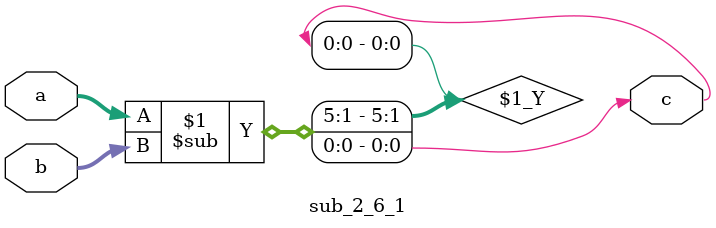
<source format=v>
module sub_2_6_1(a, b, c);
  input [1:0] a;
  input [5:0] b;
  output c;
  assign c = a - b;
endmodule

</source>
